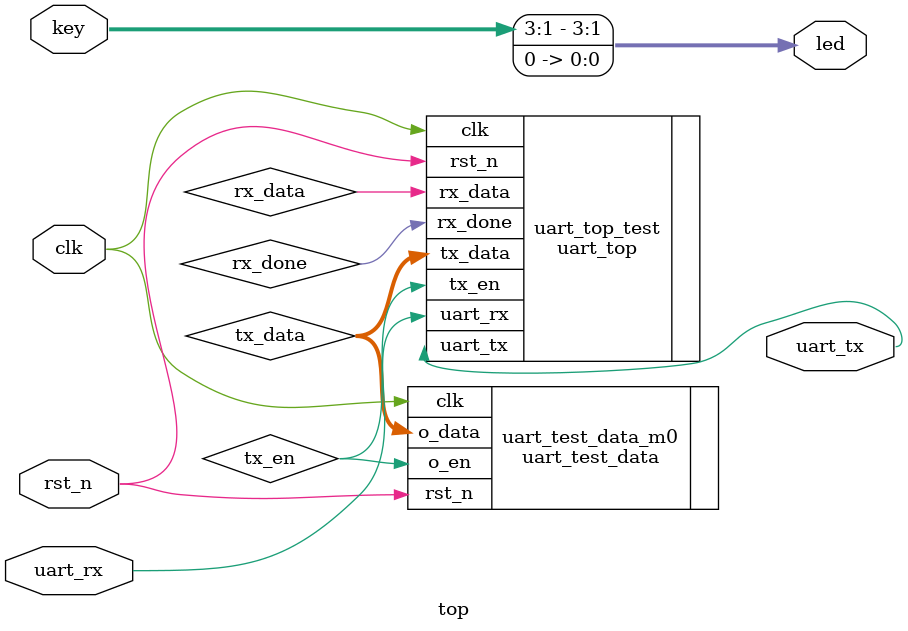
<source format=v>

 module top(
input                       clk,
input                       rst_n,
input		[3:1]			key,
output			            uart_tx,
input			            uart_rx,
output       [3:0]            led

                     
);

assign	led	=	{key,1'b0};

wire	[7:0]	tx_data;
wire			tx_en;			

uart_top 
#(
	.SYS_CLK_FRP	(	50_000_000	),
	.BAUDRATE		(	9600    	)
)
uart_top_test
(
	.clk			(	clk		),
	.rst_n			(	rst_n		),	
	
	.tx_data		(	tx_data		),		//input
	.tx_en			(	tx_en		),		//input
	.uart_tx		(	uart_tx		),		//output
					
	.rx_data		(	rx_data		),		//output	
	.rx_done		(	rx_done		),		//output
	.uart_rx		(	uart_rx		)		//input
);

uart_test_data uart_test_data_m0 
(
    .clk			(	clk					),
    .rst_n			(	rst_n				),   
    .o_en			(	tx_en				),
	.o_data			(	tx_data				)    

);


endmodule
</source>
